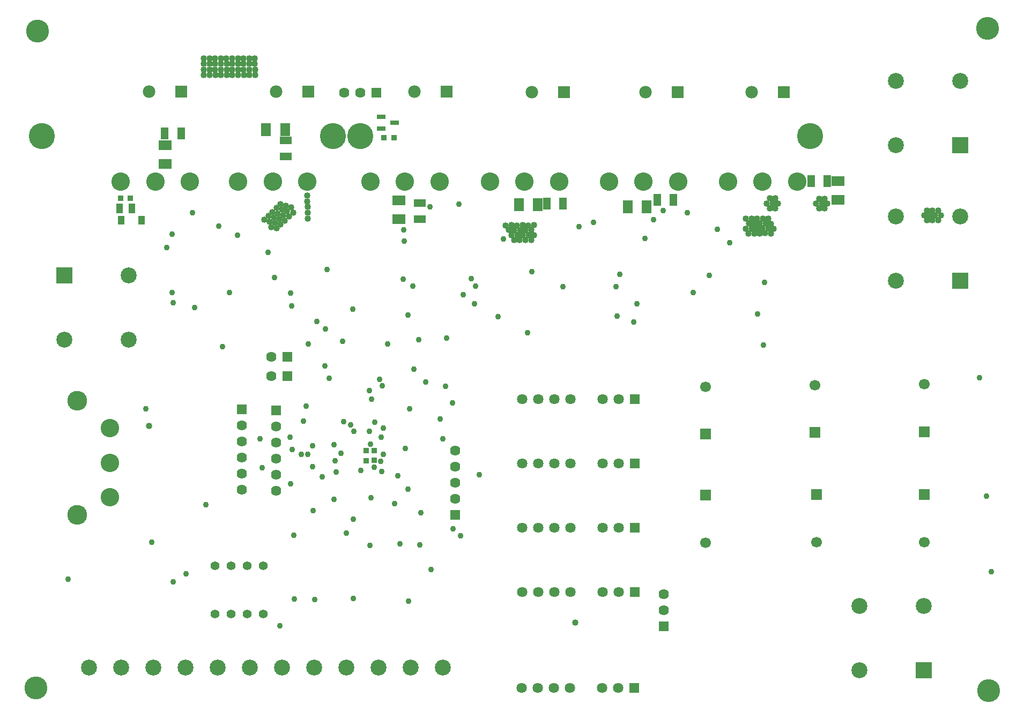
<source format=gbs>
G04*
G04 #@! TF.GenerationSoftware,Altium Limited,Altium Designer,20.0.13 (296)*
G04*
G04 Layer_Color=16711935*
%FSLAX43Y43*%
%MOMM*%
G71*
G01*
G75*
%ADD50R,1.072X1.572*%
%ADD53R,1.032X1.342*%
%ADD55R,1.922X1.172*%
%ADD56R,1.172X1.922*%
%ADD57R,0.972X0.972*%
%ADD66R,1.372X0.722*%
%ADD74R,0.972X0.972*%
%ADD77R,1.982X1.982*%
%ADD78C,1.982*%
%ADD79R,1.697X1.697*%
%ADD80C,1.697*%
%ADD81R,2.522X2.522*%
%ADD82C,2.522*%
%ADD83C,2.912*%
%ADD84R,1.622X1.622*%
%ADD85C,1.622*%
%ADD86R,1.622X1.622*%
%ADD87C,3.122*%
%ADD88C,1.422*%
%ADD89C,1.630*%
%ADD90R,1.630X1.630*%
%ADD91C,3.622*%
%ADD92C,4.122*%
%ADD93C,1.022*%
%ADD94C,0.922*%
%ADD153R,2.082X1.542*%
%ADD154R,1.542X2.082*%
D50*
X17676Y78594D02*
D03*
X15726D02*
D03*
D53*
X15913Y76700D02*
D03*
X19183D02*
D03*
D55*
X63115Y79386D02*
D03*
Y76836D02*
D03*
X41979Y89293D02*
D03*
Y86743D02*
D03*
D56*
X124883Y82869D02*
D03*
X127433D02*
D03*
X83198Y79338D02*
D03*
X85748D02*
D03*
X25400Y90424D02*
D03*
X22850D02*
D03*
X100596Y79914D02*
D03*
X103146D02*
D03*
D57*
X54610Y38709D02*
D03*
Y40259D02*
D03*
X55880Y40285D02*
D03*
Y38735D02*
D03*
D66*
X57005Y91162D02*
D03*
Y93062D02*
D03*
X59105Y92112D02*
D03*
D74*
X15875Y80137D02*
D03*
X17425D02*
D03*
X59017Y89729D02*
D03*
X57467D02*
D03*
D77*
X120597Y96966D02*
D03*
X103871Y96955D02*
D03*
X85855Y96960D02*
D03*
X25400Y96977D02*
D03*
X67310Y97003D02*
D03*
X45466Y96977D02*
D03*
D78*
X115517Y96966D02*
D03*
X98791Y96955D02*
D03*
X80775Y96960D02*
D03*
X20320Y96977D02*
D03*
X62230Y97003D02*
D03*
X40386Y96977D02*
D03*
D79*
X142748Y33347D02*
D03*
X142765Y43251D02*
D03*
X125476Y43126D02*
D03*
X108204Y33220D02*
D03*
X125730Y33347D02*
D03*
X108204Y42872D02*
D03*
D80*
X142748Y25847D02*
D03*
X142765Y50751D02*
D03*
X125476Y50626D02*
D03*
X108204Y25720D02*
D03*
X125730Y25847D02*
D03*
X108204Y50372D02*
D03*
D81*
X148442Y67147D02*
D03*
X142726Y5590D02*
D03*
X148493Y88540D02*
D03*
X6968Y67967D02*
D03*
D82*
X138282Y67147D02*
D03*
X148442Y77307D02*
D03*
X138282D02*
D03*
X66782Y5961D02*
D03*
X61702D02*
D03*
X56622D02*
D03*
X51542D02*
D03*
X46462D02*
D03*
X41382D02*
D03*
X36302D02*
D03*
X31222D02*
D03*
X26142D02*
D03*
X21062D02*
D03*
X15982D02*
D03*
X10902D02*
D03*
X132566Y5590D02*
D03*
X142726Y15750D02*
D03*
X132566D02*
D03*
X138333Y88540D02*
D03*
X148493Y98700D02*
D03*
X138333D02*
D03*
X17128Y67967D02*
D03*
X6968Y57807D02*
D03*
X17128D02*
D03*
D83*
X74168Y82750D02*
D03*
X79628D02*
D03*
X85088D02*
D03*
X14171Y32894D02*
D03*
Y38354D02*
D03*
Y43814D02*
D03*
X45339Y82750D02*
D03*
X39879D02*
D03*
X34419D02*
D03*
X15877Y82750D02*
D03*
X21337D02*
D03*
X26797D02*
D03*
X111760D02*
D03*
X117220D02*
D03*
X122680D02*
D03*
X66216Y82753D02*
D03*
X60756D02*
D03*
X55296D02*
D03*
X92964Y82750D02*
D03*
X98424D02*
D03*
X103884D02*
D03*
D84*
X56226Y96840D02*
D03*
X42164Y52070D02*
D03*
Y55118D02*
D03*
D85*
X53686Y96840D02*
D03*
X51146D02*
D03*
X39624Y52070D02*
D03*
X68707Y32639D02*
D03*
Y35179D02*
D03*
Y37719D02*
D03*
Y40259D02*
D03*
X35028Y34067D02*
D03*
Y36607D02*
D03*
Y39147D02*
D03*
Y41687D02*
D03*
Y44227D02*
D03*
X101595Y17604D02*
D03*
Y15064D02*
D03*
X40428Y44087D02*
D03*
Y41547D02*
D03*
Y39007D02*
D03*
Y36467D02*
D03*
Y33927D02*
D03*
X39624Y55118D02*
D03*
D86*
X68707Y30099D02*
D03*
X35028Y46767D02*
D03*
X101595Y12524D02*
D03*
X40428Y46627D02*
D03*
D87*
X8988Y30089D02*
D03*
Y48189D02*
D03*
D88*
X38354Y14478D02*
D03*
X35814D02*
D03*
X33274D02*
D03*
X30734D02*
D03*
Y22098D02*
D03*
X33274D02*
D03*
X35814D02*
D03*
X38354D02*
D03*
D89*
X79226Y2746D02*
D03*
X81766D02*
D03*
X84306D02*
D03*
X86846D02*
D03*
X91926D02*
D03*
X94466D02*
D03*
X79248Y28067D02*
D03*
X81788D02*
D03*
X84328D02*
D03*
X86868D02*
D03*
X91948D02*
D03*
X94488D02*
D03*
X79248Y38227D02*
D03*
X81788D02*
D03*
X84328D02*
D03*
X86868D02*
D03*
X91948D02*
D03*
X94488D02*
D03*
Y48387D02*
D03*
X91948D02*
D03*
X86868D02*
D03*
X84328D02*
D03*
X81788D02*
D03*
X79248D02*
D03*
X94488Y17907D02*
D03*
X91948D02*
D03*
X86868D02*
D03*
X84328D02*
D03*
X81788D02*
D03*
X79248D02*
D03*
D90*
X97006Y2746D02*
D03*
X97028Y28067D02*
D03*
Y38227D02*
D03*
Y48387D02*
D03*
Y17907D02*
D03*
D91*
X2482Y2769D02*
D03*
X152918Y2389D02*
D03*
X152782Y107002D02*
D03*
X2749Y106608D02*
D03*
D92*
X53721Y89989D02*
D03*
X3399Y89993D02*
D03*
X49403Y89989D02*
D03*
X124747Y90010D02*
D03*
D93*
X41790Y76638D02*
D03*
X41535Y77487D02*
D03*
X39198Y77404D02*
D03*
X43098Y77849D02*
D03*
X41134Y76022D02*
D03*
X42809Y78696D02*
D03*
X42154Y78095D02*
D03*
X41969Y78989D02*
D03*
X40929Y76890D02*
D03*
X40289Y76261D02*
D03*
X39663Y75629D02*
D03*
X41317Y78385D02*
D03*
X40654Y77753D02*
D03*
X39413Y76479D02*
D03*
X40043Y77121D02*
D03*
X41132Y79240D02*
D03*
X40482Y78637D02*
D03*
X39853Y78007D02*
D03*
X38586Y76754D02*
D03*
X42414Y77262D02*
D03*
X40508Y75405D02*
D03*
X118157Y76914D02*
D03*
X117279Y76938D02*
D03*
X118560Y76137D02*
D03*
X117687Y76175D02*
D03*
X77977Y73529D02*
D03*
X45358Y79649D02*
D03*
X45395Y78775D02*
D03*
X45377Y77883D02*
D03*
X45388Y76984D02*
D03*
X45365Y80552D02*
D03*
X118550Y74586D02*
D03*
X78869Y73566D02*
D03*
X79789Y73552D02*
D03*
X80705Y73537D02*
D03*
X81114Y74341D02*
D03*
X79370Y74307D02*
D03*
X80281Y74336D02*
D03*
X78484D02*
D03*
X77593D02*
D03*
X77145Y75130D02*
D03*
X80695Y75139D02*
D03*
X79784Y75100D02*
D03*
X78918Y75115D02*
D03*
X78026D02*
D03*
X81168Y75894D02*
D03*
X80228Y75880D02*
D03*
X79341Y75909D02*
D03*
X78450Y75885D02*
D03*
X77568Y75909D02*
D03*
X76697Y75889D02*
D03*
X115051Y74610D02*
D03*
X116815Y74615D02*
D03*
X117678Y74624D02*
D03*
X115923Y74596D02*
D03*
X115487Y75383D02*
D03*
X118986Y75359D02*
D03*
X117251Y75388D02*
D03*
X118114Y75397D02*
D03*
X116360Y75369D02*
D03*
X114605Y75359D02*
D03*
X115933Y76146D02*
D03*
X116374Y76914D02*
D03*
X115482Y76947D02*
D03*
X125711Y79301D02*
D03*
X126161Y78541D02*
D03*
X145371Y77446D02*
D03*
X127491Y79314D02*
D03*
X126613Y79308D02*
D03*
X117934Y79333D02*
D03*
X118379Y78561D02*
D03*
X118374Y80132D02*
D03*
X119268Y80126D02*
D03*
X142747Y77440D02*
D03*
X143606Y77449D02*
D03*
X143170Y76674D02*
D03*
X144056Y76689D02*
D03*
X143175Y78233D02*
D03*
X144076Y78257D02*
D03*
X144960Y78218D02*
D03*
X144501Y77437D02*
D03*
X144951Y76686D02*
D03*
X126181Y80109D02*
D03*
X127065Y80071D02*
D03*
X127056Y78538D02*
D03*
X119234Y78582D02*
D03*
X119670Y79357D02*
D03*
X118811Y79348D02*
D03*
X114579Y76911D02*
D03*
X32604Y100495D02*
D03*
X29914D02*
D03*
X30811D02*
D03*
X31707D02*
D03*
X29018D02*
D03*
X35294D02*
D03*
X36190D02*
D03*
X37087D02*
D03*
X33501D02*
D03*
X34397D02*
D03*
X34412Y99606D02*
D03*
X33515D02*
D03*
X37102D02*
D03*
X36205D02*
D03*
X35308D02*
D03*
X29032D02*
D03*
X31722D02*
D03*
X30825D02*
D03*
X29929D02*
D03*
X32619D02*
D03*
X32593Y101384D02*
D03*
X29903D02*
D03*
X30800D02*
D03*
X31696D02*
D03*
X29007D02*
D03*
X35283D02*
D03*
X36179D02*
D03*
X37076D02*
D03*
X33490D02*
D03*
X34386D02*
D03*
X34372Y102272D02*
D03*
X33475D02*
D03*
X37061D02*
D03*
X36165D02*
D03*
X35268D02*
D03*
X28992D02*
D03*
X31682D02*
D03*
X30785D02*
D03*
X29889D02*
D03*
X32578D02*
D03*
X116824Y76165D02*
D03*
X115061Y76160D02*
D03*
X87675Y13081D02*
D03*
X20320Y44196D02*
D03*
D94*
X153402Y21181D02*
D03*
X66352Y45261D02*
D03*
X59614Y36322D02*
D03*
X27566Y62856D02*
D03*
X42697Y65202D02*
D03*
X23175Y72345D02*
D03*
X98708Y73809D02*
D03*
X112064Y73165D02*
D03*
X24026Y74466D02*
D03*
X60630Y73406D02*
D03*
X60533Y75209D02*
D03*
X39167Y71580D02*
D03*
X34299Y74335D02*
D03*
X62216Y53159D02*
D03*
X64058Y51104D02*
D03*
X58066Y57097D02*
D03*
X52540Y62623D02*
D03*
X31334Y75798D02*
D03*
X105346Y77868D02*
D03*
X69317Y79256D02*
D03*
X64933Y21472D02*
D03*
X64706Y78793D02*
D03*
X76352Y73771D02*
D03*
X90525Y76359D02*
D03*
X51491Y27264D02*
D03*
X100010Y76793D02*
D03*
X151505Y51798D02*
D03*
X152598Y33063D02*
D03*
X68307Y47844D02*
D03*
X88265Y75692D02*
D03*
X40132Y67640D02*
D03*
X96901Y60579D02*
D03*
X101585Y78248D02*
D03*
X69511Y26856D02*
D03*
X68326Y27940D02*
D03*
X66724Y42129D02*
D03*
X20754Y25831D02*
D03*
X52586Y29425D02*
D03*
X63264Y30498D02*
D03*
X46274Y30822D02*
D03*
X59944Y25527D02*
D03*
X43180Y26924D02*
D03*
X27174Y77877D02*
D03*
X67304Y58104D02*
D03*
X62966Y57854D02*
D03*
X60481Y67356D02*
D03*
X110113Y75276D02*
D03*
X53818Y37149D02*
D03*
X55407Y32838D02*
D03*
X117381Y56930D02*
D03*
X116470Y61893D02*
D03*
X117587Y66867D02*
D03*
X31989Y56720D02*
D03*
X24180Y63621D02*
D03*
X49540Y32560D02*
D03*
X45180Y47341D02*
D03*
X57380Y39720D02*
D03*
X57340Y43840D02*
D03*
X56938Y38559D02*
D03*
X59101Y31877D02*
D03*
X61214Y34163D02*
D03*
X24130Y19558D02*
D03*
X42674Y35052D02*
D03*
X44394Y39729D02*
D03*
X46211Y41065D02*
D03*
X45432Y39729D02*
D03*
X7575Y19939D02*
D03*
X94691Y68148D02*
D03*
X52730Y43302D02*
D03*
X42591Y42389D02*
D03*
X72517Y36447D02*
D03*
X57135Y37005D02*
D03*
X71250Y67440D02*
D03*
X67188Y50424D02*
D03*
X46200Y37716D02*
D03*
X47706Y36159D02*
D03*
X42969Y40497D02*
D03*
X44719Y44945D02*
D03*
X51054Y44831D02*
D03*
X55318Y41310D02*
D03*
X57023Y42433D02*
D03*
X56007Y44798D02*
D03*
X49923Y36898D02*
D03*
X49705Y38707D02*
D03*
X46853Y60676D02*
D03*
X48179Y59494D02*
D03*
X55478Y48381D02*
D03*
X48794Y51727D02*
D03*
X48107Y53658D02*
D03*
X94107Y66167D02*
D03*
X94297Y61532D02*
D03*
X97409Y63500D02*
D03*
X48460Y68888D02*
D03*
X55141Y43304D02*
D03*
X60801Y40653D02*
D03*
X61504Y46863D02*
D03*
X42850Y63144D02*
D03*
X55957Y37669D02*
D03*
X50673Y39878D02*
D03*
X49530Y41196D02*
D03*
X24003Y65278D02*
D03*
X50927Y57531D02*
D03*
X52197Y44323D02*
D03*
X29337Y31750D02*
D03*
X55245Y25273D02*
D03*
X106325Y65304D02*
D03*
X52578Y16891D02*
D03*
X33020Y65278D02*
D03*
X55118Y49784D02*
D03*
X57186Y50546D02*
D03*
X56769Y51562D02*
D03*
X80137Y58928D02*
D03*
X75438Y61468D02*
D03*
X41021Y12573D02*
D03*
X43322Y16846D02*
D03*
X26207Y20828D02*
D03*
X38221Y37596D02*
D03*
X61214Y61722D02*
D03*
X108804Y67945D02*
D03*
X63145Y25400D02*
D03*
X61341Y16510D02*
D03*
X19812Y46863D02*
D03*
X80772Y68580D02*
D03*
X69977Y64897D02*
D03*
X71882Y66294D02*
D03*
X71755Y63485D02*
D03*
X85725Y66167D02*
D03*
X61976Y66294D02*
D03*
X37846Y42164D02*
D03*
X46482Y16764D02*
D03*
X45466Y57150D02*
D03*
D153*
X59799Y76886D02*
D03*
Y79866D02*
D03*
X129160Y82853D02*
D03*
Y79873D02*
D03*
X22860Y85598D02*
D03*
Y88578D02*
D03*
D154*
X78739Y79190D02*
D03*
X81719D02*
D03*
X41831Y91024D02*
D03*
X38851D02*
D03*
X98960Y78802D02*
D03*
X95980D02*
D03*
M02*

</source>
